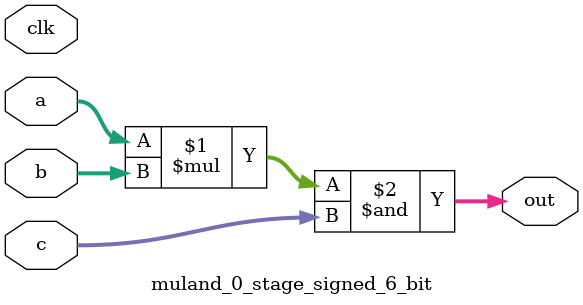
<source format=sv>
(* use_dsp = "yes" *) module muland_0_stage_signed_6_bit(
	input signed [5:0] a,
	input signed [5:0] b,
	input signed [5:0] c,
	output [5:0] out,
	input clk);

	assign out = (a * b) & c;
endmodule

</source>
